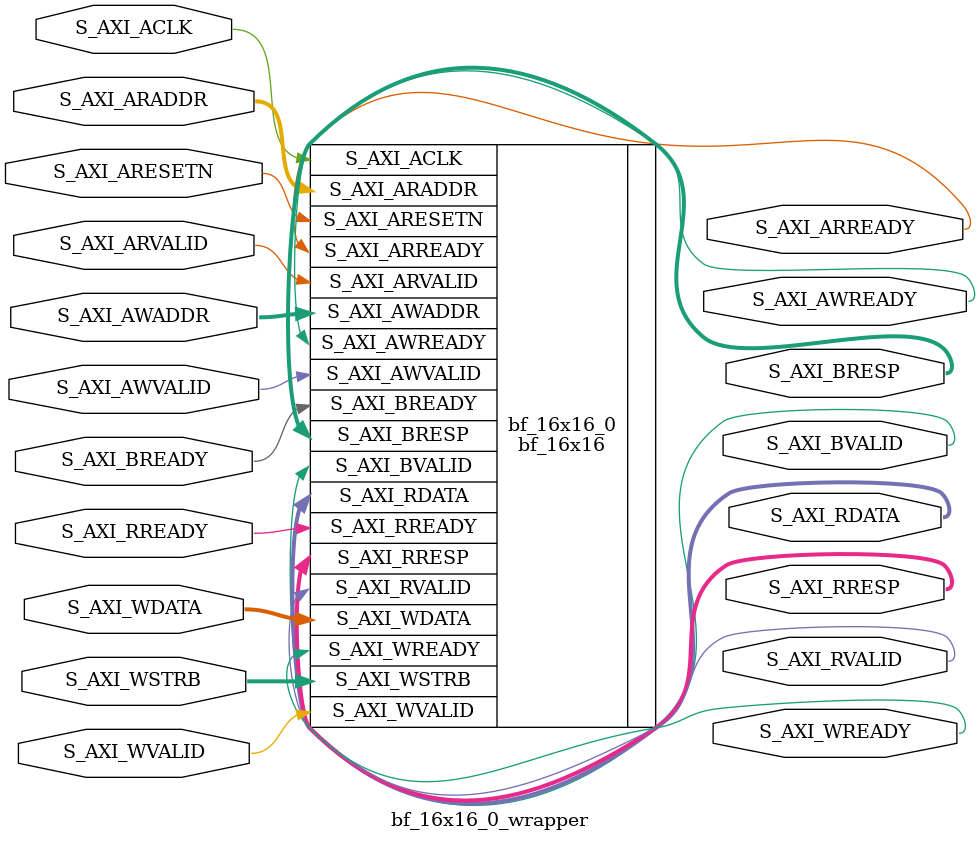
<source format=v>

module bf_16x16_0_wrapper
  (
    S_AXI_ACLK,
    S_AXI_ARESETN,
    S_AXI_AWADDR,
    S_AXI_AWVALID,
    S_AXI_WDATA,
    S_AXI_WSTRB,
    S_AXI_WVALID,
    S_AXI_BREADY,
    S_AXI_ARADDR,
    S_AXI_ARVALID,
    S_AXI_RREADY,
    S_AXI_ARREADY,
    S_AXI_RDATA,
    S_AXI_RRESP,
    S_AXI_RVALID,
    S_AXI_WREADY,
    S_AXI_BRESP,
    S_AXI_BVALID,
    S_AXI_AWREADY
  );
  input S_AXI_ACLK;
  input S_AXI_ARESETN;
  input [31:0] S_AXI_AWADDR;
  input S_AXI_AWVALID;
  input [31:0] S_AXI_WDATA;
  input [3:0] S_AXI_WSTRB;
  input S_AXI_WVALID;
  input S_AXI_BREADY;
  input [31:0] S_AXI_ARADDR;
  input S_AXI_ARVALID;
  input S_AXI_RREADY;
  output S_AXI_ARREADY;
  output [31:0] S_AXI_RDATA;
  output [1:0] S_AXI_RRESP;
  output S_AXI_RVALID;
  output S_AXI_WREADY;
  output [1:0] S_AXI_BRESP;
  output S_AXI_BVALID;
  output S_AXI_AWREADY;

  bf_16x16
    #(
      .C_S_AXI_DATA_WIDTH ( 32 ),
      .C_S_AXI_ADDR_WIDTH ( 32 ),
      .C_S_AXI_MIN_SIZE ( 32'h000001ff ),
      .C_USE_WSTRB ( 0 ),
      .C_DPHASE_TIMEOUT ( 8 ),
      .C_BASEADDR ( 32'h77a00000 ),
      .C_HIGHADDR ( 32'h77a0ffff ),
      .C_FAMILY ( "virtex6" ),
      .C_NUM_REG ( 1 ),
      .C_NUM_MEM ( 1 ),
      .C_SLV_AWIDTH ( 32 ),
      .C_SLV_DWIDTH ( 32 )
    )
    bf_16x16_0 (
      .S_AXI_ACLK ( S_AXI_ACLK ),
      .S_AXI_ARESETN ( S_AXI_ARESETN ),
      .S_AXI_AWADDR ( S_AXI_AWADDR ),
      .S_AXI_AWVALID ( S_AXI_AWVALID ),
      .S_AXI_WDATA ( S_AXI_WDATA ),
      .S_AXI_WSTRB ( S_AXI_WSTRB ),
      .S_AXI_WVALID ( S_AXI_WVALID ),
      .S_AXI_BREADY ( S_AXI_BREADY ),
      .S_AXI_ARADDR ( S_AXI_ARADDR ),
      .S_AXI_ARVALID ( S_AXI_ARVALID ),
      .S_AXI_RREADY ( S_AXI_RREADY ),
      .S_AXI_ARREADY ( S_AXI_ARREADY ),
      .S_AXI_RDATA ( S_AXI_RDATA ),
      .S_AXI_RRESP ( S_AXI_RRESP ),
      .S_AXI_RVALID ( S_AXI_RVALID ),
      .S_AXI_WREADY ( S_AXI_WREADY ),
      .S_AXI_BRESP ( S_AXI_BRESP ),
      .S_AXI_BVALID ( S_AXI_BVALID ),
      .S_AXI_AWREADY ( S_AXI_AWREADY )
    );

endmodule


</source>
